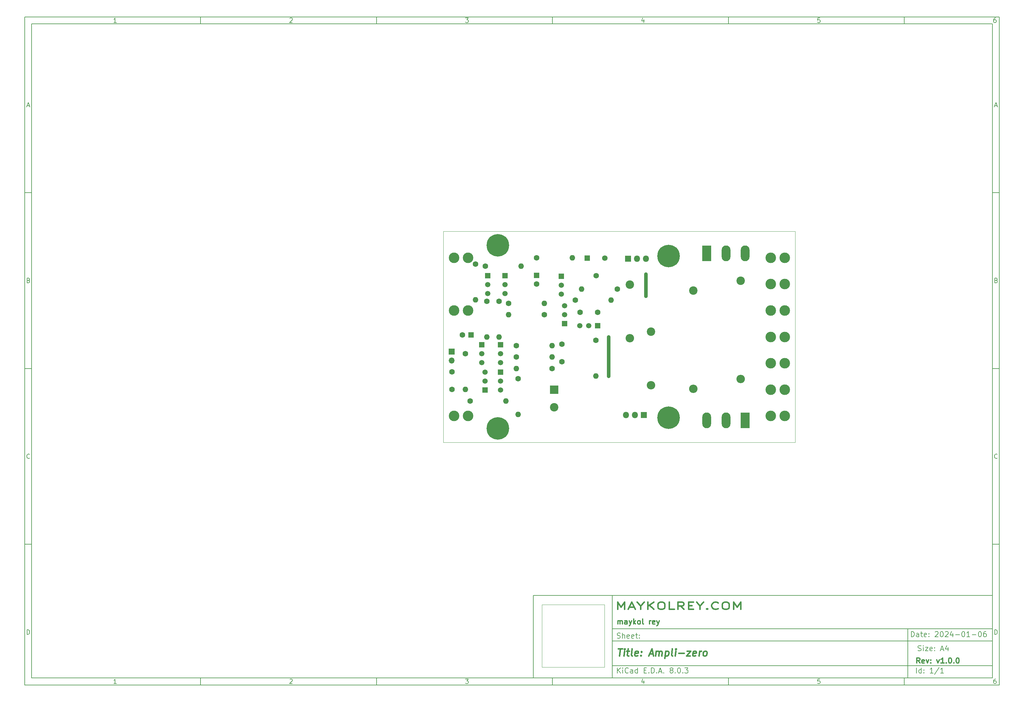
<source format=gbr>
%TF.GenerationSoftware,KiCad,Pcbnew,8.0.3-8.0.3-0~ubuntu22.04.1*%
%TF.CreationDate,2024-07-16T05:34:00-05:00*%
%TF.ProjectId,ampli-zero,616d706c-692d-47a6-9572-6f2e6b696361,v1.0.0*%
%TF.SameCoordinates,Original*%
%TF.FileFunction,Copper,L1,Top*%
%TF.FilePolarity,Positive*%
%FSLAX46Y46*%
G04 Gerber Fmt 4.6, Leading zero omitted, Abs format (unit mm)*
G04 Created by KiCad (PCBNEW 8.0.3-8.0.3-0~ubuntu22.04.1) date 2024-07-16 05:34:00*
%MOMM*%
%LPD*%
G01*
G04 APERTURE LIST*
%ADD10C,0.100000*%
%ADD11C,0.150000*%
%ADD12C,0.300000*%
%ADD13C,0.400000*%
%TA.AperFunction,ComponentPad*%
%ADD14R,1.560000X1.560000*%
%TD*%
%TA.AperFunction,ComponentPad*%
%ADD15C,1.560000*%
%TD*%
%TA.AperFunction,ComponentPad*%
%ADD16C,0.800000*%
%TD*%
%TA.AperFunction,ComponentPad*%
%ADD17C,6.400000*%
%TD*%
%TA.AperFunction,ComponentPad*%
%ADD18C,3.000000*%
%TD*%
%TA.AperFunction,ComponentPad*%
%ADD19C,1.600000*%
%TD*%
%TA.AperFunction,ComponentPad*%
%ADD20R,1.600000X1.600000*%
%TD*%
%TA.AperFunction,ComponentPad*%
%ADD21R,1.500000X1.500000*%
%TD*%
%TA.AperFunction,ComponentPad*%
%ADD22C,1.500000*%
%TD*%
%TA.AperFunction,ComponentPad*%
%ADD23O,1.600000X1.600000*%
%TD*%
%TA.AperFunction,ComponentPad*%
%ADD24C,2.400000*%
%TD*%
%TA.AperFunction,ComponentPad*%
%ADD25O,2.400000X2.400000*%
%TD*%
%TA.AperFunction,ComponentPad*%
%ADD26R,2.400000X2.400000*%
%TD*%
%TA.AperFunction,ComponentPad*%
%ADD27R,1.700000X1.700000*%
%TD*%
%TA.AperFunction,ComponentPad*%
%ADD28O,1.700000X1.700000*%
%TD*%
%TA.AperFunction,ComponentPad*%
%ADD29R,2.500000X4.500000*%
%TD*%
%TA.AperFunction,ComponentPad*%
%ADD30O,2.500000X4.500000*%
%TD*%
%TA.AperFunction,ComponentPad*%
%ADD31R,1.800000X1.800000*%
%TD*%
%TA.AperFunction,ComponentPad*%
%ADD32O,1.800000X1.800000*%
%TD*%
%TA.AperFunction,ViaPad*%
%ADD33C,0.800000*%
%TD*%
%TA.AperFunction,Conductor*%
%ADD34C,1.000000*%
%TD*%
%TA.AperFunction,Profile*%
%ADD35C,0.100000*%
%TD*%
G04 APERTURE END LIST*
D10*
X157012200Y-177117000D02*
X157012200Y-194897000D01*
X174792200Y-194897000D01*
X174792200Y-177117000D01*
X157012200Y-177117000D01*
D11*
X177013200Y-174505000D02*
X285002200Y-174505000D01*
X285002200Y-198007000D01*
X177013200Y-198007000D01*
X177013200Y-174505000D01*
D10*
D11*
X10000000Y-10000000D02*
X287002200Y-10000000D01*
X287002200Y-200007200D01*
X10000000Y-200007200D01*
X10000000Y-10000000D01*
D10*
D11*
X12000000Y-12000000D02*
X285002200Y-12000000D01*
X285002200Y-198007200D01*
X12000000Y-198007200D01*
X12000000Y-12000000D01*
D10*
D11*
X60000000Y-12000000D02*
X60000000Y-10000000D01*
D10*
D11*
X110000000Y-12000000D02*
X110000000Y-10000000D01*
D10*
D11*
X160000000Y-12000000D02*
X160000000Y-10000000D01*
D10*
D11*
X210000000Y-12000000D02*
X210000000Y-10000000D01*
D10*
D11*
X260000000Y-12000000D02*
X260000000Y-10000000D01*
D10*
D11*
X36089160Y-11593604D02*
X35346303Y-11593604D01*
X35717731Y-11593604D02*
X35717731Y-10293604D01*
X35717731Y-10293604D02*
X35593922Y-10479319D01*
X35593922Y-10479319D02*
X35470112Y-10603128D01*
X35470112Y-10603128D02*
X35346303Y-10665033D01*
D10*
D11*
X85346303Y-10417414D02*
X85408207Y-10355509D01*
X85408207Y-10355509D02*
X85532017Y-10293604D01*
X85532017Y-10293604D02*
X85841541Y-10293604D01*
X85841541Y-10293604D02*
X85965350Y-10355509D01*
X85965350Y-10355509D02*
X86027255Y-10417414D01*
X86027255Y-10417414D02*
X86089160Y-10541223D01*
X86089160Y-10541223D02*
X86089160Y-10665033D01*
X86089160Y-10665033D02*
X86027255Y-10850747D01*
X86027255Y-10850747D02*
X85284398Y-11593604D01*
X85284398Y-11593604D02*
X86089160Y-11593604D01*
D10*
D11*
X135284398Y-10293604D02*
X136089160Y-10293604D01*
X136089160Y-10293604D02*
X135655826Y-10788842D01*
X135655826Y-10788842D02*
X135841541Y-10788842D01*
X135841541Y-10788842D02*
X135965350Y-10850747D01*
X135965350Y-10850747D02*
X136027255Y-10912652D01*
X136027255Y-10912652D02*
X136089160Y-11036461D01*
X136089160Y-11036461D02*
X136089160Y-11345985D01*
X136089160Y-11345985D02*
X136027255Y-11469795D01*
X136027255Y-11469795D02*
X135965350Y-11531700D01*
X135965350Y-11531700D02*
X135841541Y-11593604D01*
X135841541Y-11593604D02*
X135470112Y-11593604D01*
X135470112Y-11593604D02*
X135346303Y-11531700D01*
X135346303Y-11531700D02*
X135284398Y-11469795D01*
D10*
D11*
X185965350Y-10726938D02*
X185965350Y-11593604D01*
X185655826Y-10231700D02*
X185346303Y-11160271D01*
X185346303Y-11160271D02*
X186151064Y-11160271D01*
D10*
D11*
X236027255Y-10293604D02*
X235408207Y-10293604D01*
X235408207Y-10293604D02*
X235346303Y-10912652D01*
X235346303Y-10912652D02*
X235408207Y-10850747D01*
X235408207Y-10850747D02*
X235532017Y-10788842D01*
X235532017Y-10788842D02*
X235841541Y-10788842D01*
X235841541Y-10788842D02*
X235965350Y-10850747D01*
X235965350Y-10850747D02*
X236027255Y-10912652D01*
X236027255Y-10912652D02*
X236089160Y-11036461D01*
X236089160Y-11036461D02*
X236089160Y-11345985D01*
X236089160Y-11345985D02*
X236027255Y-11469795D01*
X236027255Y-11469795D02*
X235965350Y-11531700D01*
X235965350Y-11531700D02*
X235841541Y-11593604D01*
X235841541Y-11593604D02*
X235532017Y-11593604D01*
X235532017Y-11593604D02*
X235408207Y-11531700D01*
X235408207Y-11531700D02*
X235346303Y-11469795D01*
D10*
D11*
X285965350Y-10293604D02*
X285717731Y-10293604D01*
X285717731Y-10293604D02*
X285593922Y-10355509D01*
X285593922Y-10355509D02*
X285532017Y-10417414D01*
X285532017Y-10417414D02*
X285408207Y-10603128D01*
X285408207Y-10603128D02*
X285346303Y-10850747D01*
X285346303Y-10850747D02*
X285346303Y-11345985D01*
X285346303Y-11345985D02*
X285408207Y-11469795D01*
X285408207Y-11469795D02*
X285470112Y-11531700D01*
X285470112Y-11531700D02*
X285593922Y-11593604D01*
X285593922Y-11593604D02*
X285841541Y-11593604D01*
X285841541Y-11593604D02*
X285965350Y-11531700D01*
X285965350Y-11531700D02*
X286027255Y-11469795D01*
X286027255Y-11469795D02*
X286089160Y-11345985D01*
X286089160Y-11345985D02*
X286089160Y-11036461D01*
X286089160Y-11036461D02*
X286027255Y-10912652D01*
X286027255Y-10912652D02*
X285965350Y-10850747D01*
X285965350Y-10850747D02*
X285841541Y-10788842D01*
X285841541Y-10788842D02*
X285593922Y-10788842D01*
X285593922Y-10788842D02*
X285470112Y-10850747D01*
X285470112Y-10850747D02*
X285408207Y-10912652D01*
X285408207Y-10912652D02*
X285346303Y-11036461D01*
D10*
D11*
X60000000Y-198007200D02*
X60000000Y-200007200D01*
D10*
D11*
X110000000Y-198007200D02*
X110000000Y-200007200D01*
D10*
D11*
X160000000Y-198007200D02*
X160000000Y-200007200D01*
D10*
D11*
X210000000Y-198007200D02*
X210000000Y-200007200D01*
D10*
D11*
X260000000Y-198007200D02*
X260000000Y-200007200D01*
D10*
D11*
X36089160Y-199600804D02*
X35346303Y-199600804D01*
X35717731Y-199600804D02*
X35717731Y-198300804D01*
X35717731Y-198300804D02*
X35593922Y-198486519D01*
X35593922Y-198486519D02*
X35470112Y-198610328D01*
X35470112Y-198610328D02*
X35346303Y-198672233D01*
D10*
D11*
X85346303Y-198424614D02*
X85408207Y-198362709D01*
X85408207Y-198362709D02*
X85532017Y-198300804D01*
X85532017Y-198300804D02*
X85841541Y-198300804D01*
X85841541Y-198300804D02*
X85965350Y-198362709D01*
X85965350Y-198362709D02*
X86027255Y-198424614D01*
X86027255Y-198424614D02*
X86089160Y-198548423D01*
X86089160Y-198548423D02*
X86089160Y-198672233D01*
X86089160Y-198672233D02*
X86027255Y-198857947D01*
X86027255Y-198857947D02*
X85284398Y-199600804D01*
X85284398Y-199600804D02*
X86089160Y-199600804D01*
D10*
D11*
X135284398Y-198300804D02*
X136089160Y-198300804D01*
X136089160Y-198300804D02*
X135655826Y-198796042D01*
X135655826Y-198796042D02*
X135841541Y-198796042D01*
X135841541Y-198796042D02*
X135965350Y-198857947D01*
X135965350Y-198857947D02*
X136027255Y-198919852D01*
X136027255Y-198919852D02*
X136089160Y-199043661D01*
X136089160Y-199043661D02*
X136089160Y-199353185D01*
X136089160Y-199353185D02*
X136027255Y-199476995D01*
X136027255Y-199476995D02*
X135965350Y-199538900D01*
X135965350Y-199538900D02*
X135841541Y-199600804D01*
X135841541Y-199600804D02*
X135470112Y-199600804D01*
X135470112Y-199600804D02*
X135346303Y-199538900D01*
X135346303Y-199538900D02*
X135284398Y-199476995D01*
D10*
D11*
X185965350Y-198734138D02*
X185965350Y-199600804D01*
X185655826Y-198238900D02*
X185346303Y-199167471D01*
X185346303Y-199167471D02*
X186151064Y-199167471D01*
D10*
D11*
X236027255Y-198300804D02*
X235408207Y-198300804D01*
X235408207Y-198300804D02*
X235346303Y-198919852D01*
X235346303Y-198919852D02*
X235408207Y-198857947D01*
X235408207Y-198857947D02*
X235532017Y-198796042D01*
X235532017Y-198796042D02*
X235841541Y-198796042D01*
X235841541Y-198796042D02*
X235965350Y-198857947D01*
X235965350Y-198857947D02*
X236027255Y-198919852D01*
X236027255Y-198919852D02*
X236089160Y-199043661D01*
X236089160Y-199043661D02*
X236089160Y-199353185D01*
X236089160Y-199353185D02*
X236027255Y-199476995D01*
X236027255Y-199476995D02*
X235965350Y-199538900D01*
X235965350Y-199538900D02*
X235841541Y-199600804D01*
X235841541Y-199600804D02*
X235532017Y-199600804D01*
X235532017Y-199600804D02*
X235408207Y-199538900D01*
X235408207Y-199538900D02*
X235346303Y-199476995D01*
D10*
D11*
X285965350Y-198300804D02*
X285717731Y-198300804D01*
X285717731Y-198300804D02*
X285593922Y-198362709D01*
X285593922Y-198362709D02*
X285532017Y-198424614D01*
X285532017Y-198424614D02*
X285408207Y-198610328D01*
X285408207Y-198610328D02*
X285346303Y-198857947D01*
X285346303Y-198857947D02*
X285346303Y-199353185D01*
X285346303Y-199353185D02*
X285408207Y-199476995D01*
X285408207Y-199476995D02*
X285470112Y-199538900D01*
X285470112Y-199538900D02*
X285593922Y-199600804D01*
X285593922Y-199600804D02*
X285841541Y-199600804D01*
X285841541Y-199600804D02*
X285965350Y-199538900D01*
X285965350Y-199538900D02*
X286027255Y-199476995D01*
X286027255Y-199476995D02*
X286089160Y-199353185D01*
X286089160Y-199353185D02*
X286089160Y-199043661D01*
X286089160Y-199043661D02*
X286027255Y-198919852D01*
X286027255Y-198919852D02*
X285965350Y-198857947D01*
X285965350Y-198857947D02*
X285841541Y-198796042D01*
X285841541Y-198796042D02*
X285593922Y-198796042D01*
X285593922Y-198796042D02*
X285470112Y-198857947D01*
X285470112Y-198857947D02*
X285408207Y-198919852D01*
X285408207Y-198919852D02*
X285346303Y-199043661D01*
D10*
D11*
X10000000Y-60000000D02*
X12000000Y-60000000D01*
D10*
D11*
X10000000Y-110000000D02*
X12000000Y-110000000D01*
D10*
D11*
X10000000Y-160000000D02*
X12000000Y-160000000D01*
D10*
D11*
X10690476Y-35222176D02*
X11309523Y-35222176D01*
X10566666Y-35593604D02*
X10999999Y-34293604D01*
X10999999Y-34293604D02*
X11433333Y-35593604D01*
D10*
D11*
X11092857Y-84912652D02*
X11278571Y-84974557D01*
X11278571Y-84974557D02*
X11340476Y-85036461D01*
X11340476Y-85036461D02*
X11402380Y-85160271D01*
X11402380Y-85160271D02*
X11402380Y-85345985D01*
X11402380Y-85345985D02*
X11340476Y-85469795D01*
X11340476Y-85469795D02*
X11278571Y-85531700D01*
X11278571Y-85531700D02*
X11154761Y-85593604D01*
X11154761Y-85593604D02*
X10659523Y-85593604D01*
X10659523Y-85593604D02*
X10659523Y-84293604D01*
X10659523Y-84293604D02*
X11092857Y-84293604D01*
X11092857Y-84293604D02*
X11216666Y-84355509D01*
X11216666Y-84355509D02*
X11278571Y-84417414D01*
X11278571Y-84417414D02*
X11340476Y-84541223D01*
X11340476Y-84541223D02*
X11340476Y-84665033D01*
X11340476Y-84665033D02*
X11278571Y-84788842D01*
X11278571Y-84788842D02*
X11216666Y-84850747D01*
X11216666Y-84850747D02*
X11092857Y-84912652D01*
X11092857Y-84912652D02*
X10659523Y-84912652D01*
D10*
D11*
X11402380Y-135469795D02*
X11340476Y-135531700D01*
X11340476Y-135531700D02*
X11154761Y-135593604D01*
X11154761Y-135593604D02*
X11030952Y-135593604D01*
X11030952Y-135593604D02*
X10845238Y-135531700D01*
X10845238Y-135531700D02*
X10721428Y-135407890D01*
X10721428Y-135407890D02*
X10659523Y-135284080D01*
X10659523Y-135284080D02*
X10597619Y-135036461D01*
X10597619Y-135036461D02*
X10597619Y-134850747D01*
X10597619Y-134850747D02*
X10659523Y-134603128D01*
X10659523Y-134603128D02*
X10721428Y-134479319D01*
X10721428Y-134479319D02*
X10845238Y-134355509D01*
X10845238Y-134355509D02*
X11030952Y-134293604D01*
X11030952Y-134293604D02*
X11154761Y-134293604D01*
X11154761Y-134293604D02*
X11340476Y-134355509D01*
X11340476Y-134355509D02*
X11402380Y-134417414D01*
D10*
D11*
X10659523Y-185593604D02*
X10659523Y-184293604D01*
X10659523Y-184293604D02*
X10969047Y-184293604D01*
X10969047Y-184293604D02*
X11154761Y-184355509D01*
X11154761Y-184355509D02*
X11278571Y-184479319D01*
X11278571Y-184479319D02*
X11340476Y-184603128D01*
X11340476Y-184603128D02*
X11402380Y-184850747D01*
X11402380Y-184850747D02*
X11402380Y-185036461D01*
X11402380Y-185036461D02*
X11340476Y-185284080D01*
X11340476Y-185284080D02*
X11278571Y-185407890D01*
X11278571Y-185407890D02*
X11154761Y-185531700D01*
X11154761Y-185531700D02*
X10969047Y-185593604D01*
X10969047Y-185593604D02*
X10659523Y-185593604D01*
D10*
D11*
X287002200Y-60000000D02*
X285002200Y-60000000D01*
D10*
D11*
X287002200Y-110000000D02*
X285002200Y-110000000D01*
D10*
D11*
X287002200Y-160000000D02*
X285002200Y-160000000D01*
D10*
D11*
X285692676Y-35222176D02*
X286311723Y-35222176D01*
X285568866Y-35593604D02*
X286002199Y-34293604D01*
X286002199Y-34293604D02*
X286435533Y-35593604D01*
D10*
D11*
X286095057Y-84912652D02*
X286280771Y-84974557D01*
X286280771Y-84974557D02*
X286342676Y-85036461D01*
X286342676Y-85036461D02*
X286404580Y-85160271D01*
X286404580Y-85160271D02*
X286404580Y-85345985D01*
X286404580Y-85345985D02*
X286342676Y-85469795D01*
X286342676Y-85469795D02*
X286280771Y-85531700D01*
X286280771Y-85531700D02*
X286156961Y-85593604D01*
X286156961Y-85593604D02*
X285661723Y-85593604D01*
X285661723Y-85593604D02*
X285661723Y-84293604D01*
X285661723Y-84293604D02*
X286095057Y-84293604D01*
X286095057Y-84293604D02*
X286218866Y-84355509D01*
X286218866Y-84355509D02*
X286280771Y-84417414D01*
X286280771Y-84417414D02*
X286342676Y-84541223D01*
X286342676Y-84541223D02*
X286342676Y-84665033D01*
X286342676Y-84665033D02*
X286280771Y-84788842D01*
X286280771Y-84788842D02*
X286218866Y-84850747D01*
X286218866Y-84850747D02*
X286095057Y-84912652D01*
X286095057Y-84912652D02*
X285661723Y-84912652D01*
D10*
D11*
X286404580Y-135469795D02*
X286342676Y-135531700D01*
X286342676Y-135531700D02*
X286156961Y-135593604D01*
X286156961Y-135593604D02*
X286033152Y-135593604D01*
X286033152Y-135593604D02*
X285847438Y-135531700D01*
X285847438Y-135531700D02*
X285723628Y-135407890D01*
X285723628Y-135407890D02*
X285661723Y-135284080D01*
X285661723Y-135284080D02*
X285599819Y-135036461D01*
X285599819Y-135036461D02*
X285599819Y-134850747D01*
X285599819Y-134850747D02*
X285661723Y-134603128D01*
X285661723Y-134603128D02*
X285723628Y-134479319D01*
X285723628Y-134479319D02*
X285847438Y-134355509D01*
X285847438Y-134355509D02*
X286033152Y-134293604D01*
X286033152Y-134293604D02*
X286156961Y-134293604D01*
X286156961Y-134293604D02*
X286342676Y-134355509D01*
X286342676Y-134355509D02*
X286404580Y-134417414D01*
D10*
D11*
X285661723Y-185593604D02*
X285661723Y-184293604D01*
X285661723Y-184293604D02*
X285971247Y-184293604D01*
X285971247Y-184293604D02*
X286156961Y-184355509D01*
X286156961Y-184355509D02*
X286280771Y-184479319D01*
X286280771Y-184479319D02*
X286342676Y-184603128D01*
X286342676Y-184603128D02*
X286404580Y-184850747D01*
X286404580Y-184850747D02*
X286404580Y-185036461D01*
X286404580Y-185036461D02*
X286342676Y-185284080D01*
X286342676Y-185284080D02*
X286280771Y-185407890D01*
X286280771Y-185407890D02*
X286156961Y-185531700D01*
X286156961Y-185531700D02*
X285971247Y-185593604D01*
X285971247Y-185593604D02*
X285661723Y-185593604D01*
D10*
D11*
X261958026Y-186293128D02*
X261958026Y-184793128D01*
X261958026Y-184793128D02*
X262315169Y-184793128D01*
X262315169Y-184793128D02*
X262529455Y-184864557D01*
X262529455Y-184864557D02*
X262672312Y-185007414D01*
X262672312Y-185007414D02*
X262743741Y-185150271D01*
X262743741Y-185150271D02*
X262815169Y-185435985D01*
X262815169Y-185435985D02*
X262815169Y-185650271D01*
X262815169Y-185650271D02*
X262743741Y-185935985D01*
X262743741Y-185935985D02*
X262672312Y-186078842D01*
X262672312Y-186078842D02*
X262529455Y-186221700D01*
X262529455Y-186221700D02*
X262315169Y-186293128D01*
X262315169Y-186293128D02*
X261958026Y-186293128D01*
X264100884Y-186293128D02*
X264100884Y-185507414D01*
X264100884Y-185507414D02*
X264029455Y-185364557D01*
X264029455Y-185364557D02*
X263886598Y-185293128D01*
X263886598Y-185293128D02*
X263600884Y-185293128D01*
X263600884Y-185293128D02*
X263458026Y-185364557D01*
X264100884Y-186221700D02*
X263958026Y-186293128D01*
X263958026Y-186293128D02*
X263600884Y-186293128D01*
X263600884Y-186293128D02*
X263458026Y-186221700D01*
X263458026Y-186221700D02*
X263386598Y-186078842D01*
X263386598Y-186078842D02*
X263386598Y-185935985D01*
X263386598Y-185935985D02*
X263458026Y-185793128D01*
X263458026Y-185793128D02*
X263600884Y-185721700D01*
X263600884Y-185721700D02*
X263958026Y-185721700D01*
X263958026Y-185721700D02*
X264100884Y-185650271D01*
X264600884Y-185293128D02*
X265172312Y-185293128D01*
X264815169Y-184793128D02*
X264815169Y-186078842D01*
X264815169Y-186078842D02*
X264886598Y-186221700D01*
X264886598Y-186221700D02*
X265029455Y-186293128D01*
X265029455Y-186293128D02*
X265172312Y-186293128D01*
X266243741Y-186221700D02*
X266100884Y-186293128D01*
X266100884Y-186293128D02*
X265815170Y-186293128D01*
X265815170Y-186293128D02*
X265672312Y-186221700D01*
X265672312Y-186221700D02*
X265600884Y-186078842D01*
X265600884Y-186078842D02*
X265600884Y-185507414D01*
X265600884Y-185507414D02*
X265672312Y-185364557D01*
X265672312Y-185364557D02*
X265815170Y-185293128D01*
X265815170Y-185293128D02*
X266100884Y-185293128D01*
X266100884Y-185293128D02*
X266243741Y-185364557D01*
X266243741Y-185364557D02*
X266315170Y-185507414D01*
X266315170Y-185507414D02*
X266315170Y-185650271D01*
X266315170Y-185650271D02*
X265600884Y-185793128D01*
X266958026Y-186150271D02*
X267029455Y-186221700D01*
X267029455Y-186221700D02*
X266958026Y-186293128D01*
X266958026Y-186293128D02*
X266886598Y-186221700D01*
X266886598Y-186221700D02*
X266958026Y-186150271D01*
X266958026Y-186150271D02*
X266958026Y-186293128D01*
X266958026Y-185364557D02*
X267029455Y-185435985D01*
X267029455Y-185435985D02*
X266958026Y-185507414D01*
X266958026Y-185507414D02*
X266886598Y-185435985D01*
X266886598Y-185435985D02*
X266958026Y-185364557D01*
X266958026Y-185364557D02*
X266958026Y-185507414D01*
X268743741Y-184935985D02*
X268815169Y-184864557D01*
X268815169Y-184864557D02*
X268958027Y-184793128D01*
X268958027Y-184793128D02*
X269315169Y-184793128D01*
X269315169Y-184793128D02*
X269458027Y-184864557D01*
X269458027Y-184864557D02*
X269529455Y-184935985D01*
X269529455Y-184935985D02*
X269600884Y-185078842D01*
X269600884Y-185078842D02*
X269600884Y-185221700D01*
X269600884Y-185221700D02*
X269529455Y-185435985D01*
X269529455Y-185435985D02*
X268672312Y-186293128D01*
X268672312Y-186293128D02*
X269600884Y-186293128D01*
X270529455Y-184793128D02*
X270672312Y-184793128D01*
X270672312Y-184793128D02*
X270815169Y-184864557D01*
X270815169Y-184864557D02*
X270886598Y-184935985D01*
X270886598Y-184935985D02*
X270958026Y-185078842D01*
X270958026Y-185078842D02*
X271029455Y-185364557D01*
X271029455Y-185364557D02*
X271029455Y-185721700D01*
X271029455Y-185721700D02*
X270958026Y-186007414D01*
X270958026Y-186007414D02*
X270886598Y-186150271D01*
X270886598Y-186150271D02*
X270815169Y-186221700D01*
X270815169Y-186221700D02*
X270672312Y-186293128D01*
X270672312Y-186293128D02*
X270529455Y-186293128D01*
X270529455Y-186293128D02*
X270386598Y-186221700D01*
X270386598Y-186221700D02*
X270315169Y-186150271D01*
X270315169Y-186150271D02*
X270243740Y-186007414D01*
X270243740Y-186007414D02*
X270172312Y-185721700D01*
X270172312Y-185721700D02*
X270172312Y-185364557D01*
X270172312Y-185364557D02*
X270243740Y-185078842D01*
X270243740Y-185078842D02*
X270315169Y-184935985D01*
X270315169Y-184935985D02*
X270386598Y-184864557D01*
X270386598Y-184864557D02*
X270529455Y-184793128D01*
X271600883Y-184935985D02*
X271672311Y-184864557D01*
X271672311Y-184864557D02*
X271815169Y-184793128D01*
X271815169Y-184793128D02*
X272172311Y-184793128D01*
X272172311Y-184793128D02*
X272315169Y-184864557D01*
X272315169Y-184864557D02*
X272386597Y-184935985D01*
X272386597Y-184935985D02*
X272458026Y-185078842D01*
X272458026Y-185078842D02*
X272458026Y-185221700D01*
X272458026Y-185221700D02*
X272386597Y-185435985D01*
X272386597Y-185435985D02*
X271529454Y-186293128D01*
X271529454Y-186293128D02*
X272458026Y-186293128D01*
X273743740Y-185293128D02*
X273743740Y-186293128D01*
X273386597Y-184721700D02*
X273029454Y-185793128D01*
X273029454Y-185793128D02*
X273958025Y-185793128D01*
X274529453Y-185721700D02*
X275672311Y-185721700D01*
X276672311Y-184793128D02*
X276815168Y-184793128D01*
X276815168Y-184793128D02*
X276958025Y-184864557D01*
X276958025Y-184864557D02*
X277029454Y-184935985D01*
X277029454Y-184935985D02*
X277100882Y-185078842D01*
X277100882Y-185078842D02*
X277172311Y-185364557D01*
X277172311Y-185364557D02*
X277172311Y-185721700D01*
X277172311Y-185721700D02*
X277100882Y-186007414D01*
X277100882Y-186007414D02*
X277029454Y-186150271D01*
X277029454Y-186150271D02*
X276958025Y-186221700D01*
X276958025Y-186221700D02*
X276815168Y-186293128D01*
X276815168Y-186293128D02*
X276672311Y-186293128D01*
X276672311Y-186293128D02*
X276529454Y-186221700D01*
X276529454Y-186221700D02*
X276458025Y-186150271D01*
X276458025Y-186150271D02*
X276386596Y-186007414D01*
X276386596Y-186007414D02*
X276315168Y-185721700D01*
X276315168Y-185721700D02*
X276315168Y-185364557D01*
X276315168Y-185364557D02*
X276386596Y-185078842D01*
X276386596Y-185078842D02*
X276458025Y-184935985D01*
X276458025Y-184935985D02*
X276529454Y-184864557D01*
X276529454Y-184864557D02*
X276672311Y-184793128D01*
X278600882Y-186293128D02*
X277743739Y-186293128D01*
X278172310Y-186293128D02*
X278172310Y-184793128D01*
X278172310Y-184793128D02*
X278029453Y-185007414D01*
X278029453Y-185007414D02*
X277886596Y-185150271D01*
X277886596Y-185150271D02*
X277743739Y-185221700D01*
X279243738Y-185721700D02*
X280386596Y-185721700D01*
X281386596Y-184793128D02*
X281529453Y-184793128D01*
X281529453Y-184793128D02*
X281672310Y-184864557D01*
X281672310Y-184864557D02*
X281743739Y-184935985D01*
X281743739Y-184935985D02*
X281815167Y-185078842D01*
X281815167Y-185078842D02*
X281886596Y-185364557D01*
X281886596Y-185364557D02*
X281886596Y-185721700D01*
X281886596Y-185721700D02*
X281815167Y-186007414D01*
X281815167Y-186007414D02*
X281743739Y-186150271D01*
X281743739Y-186150271D02*
X281672310Y-186221700D01*
X281672310Y-186221700D02*
X281529453Y-186293128D01*
X281529453Y-186293128D02*
X281386596Y-186293128D01*
X281386596Y-186293128D02*
X281243739Y-186221700D01*
X281243739Y-186221700D02*
X281172310Y-186150271D01*
X281172310Y-186150271D02*
X281100881Y-186007414D01*
X281100881Y-186007414D02*
X281029453Y-185721700D01*
X281029453Y-185721700D02*
X281029453Y-185364557D01*
X281029453Y-185364557D02*
X281100881Y-185078842D01*
X281100881Y-185078842D02*
X281172310Y-184935985D01*
X281172310Y-184935985D02*
X281243739Y-184864557D01*
X281243739Y-184864557D02*
X281386596Y-184793128D01*
X283172310Y-184793128D02*
X282886595Y-184793128D01*
X282886595Y-184793128D02*
X282743738Y-184864557D01*
X282743738Y-184864557D02*
X282672310Y-184935985D01*
X282672310Y-184935985D02*
X282529452Y-185150271D01*
X282529452Y-185150271D02*
X282458024Y-185435985D01*
X282458024Y-185435985D02*
X282458024Y-186007414D01*
X282458024Y-186007414D02*
X282529452Y-186150271D01*
X282529452Y-186150271D02*
X282600881Y-186221700D01*
X282600881Y-186221700D02*
X282743738Y-186293128D01*
X282743738Y-186293128D02*
X283029452Y-186293128D01*
X283029452Y-186293128D02*
X283172310Y-186221700D01*
X283172310Y-186221700D02*
X283243738Y-186150271D01*
X283243738Y-186150271D02*
X283315167Y-186007414D01*
X283315167Y-186007414D02*
X283315167Y-185650271D01*
X283315167Y-185650271D02*
X283243738Y-185507414D01*
X283243738Y-185507414D02*
X283172310Y-185435985D01*
X283172310Y-185435985D02*
X283029452Y-185364557D01*
X283029452Y-185364557D02*
X282743738Y-185364557D01*
X282743738Y-185364557D02*
X282600881Y-185435985D01*
X282600881Y-185435985D02*
X282529452Y-185507414D01*
X282529452Y-185507414D02*
X282458024Y-185650271D01*
D10*
D11*
X177002200Y-194507200D02*
X285002200Y-194507200D01*
D10*
D11*
X178458026Y-196593328D02*
X178458026Y-195093328D01*
X179315169Y-196593328D02*
X178672312Y-195736185D01*
X179315169Y-195093328D02*
X178458026Y-195950471D01*
X179958026Y-196593328D02*
X179958026Y-195593328D01*
X179958026Y-195093328D02*
X179886598Y-195164757D01*
X179886598Y-195164757D02*
X179958026Y-195236185D01*
X179958026Y-195236185D02*
X180029455Y-195164757D01*
X180029455Y-195164757D02*
X179958026Y-195093328D01*
X179958026Y-195093328D02*
X179958026Y-195236185D01*
X181529455Y-196450471D02*
X181458027Y-196521900D01*
X181458027Y-196521900D02*
X181243741Y-196593328D01*
X181243741Y-196593328D02*
X181100884Y-196593328D01*
X181100884Y-196593328D02*
X180886598Y-196521900D01*
X180886598Y-196521900D02*
X180743741Y-196379042D01*
X180743741Y-196379042D02*
X180672312Y-196236185D01*
X180672312Y-196236185D02*
X180600884Y-195950471D01*
X180600884Y-195950471D02*
X180600884Y-195736185D01*
X180600884Y-195736185D02*
X180672312Y-195450471D01*
X180672312Y-195450471D02*
X180743741Y-195307614D01*
X180743741Y-195307614D02*
X180886598Y-195164757D01*
X180886598Y-195164757D02*
X181100884Y-195093328D01*
X181100884Y-195093328D02*
X181243741Y-195093328D01*
X181243741Y-195093328D02*
X181458027Y-195164757D01*
X181458027Y-195164757D02*
X181529455Y-195236185D01*
X182815170Y-196593328D02*
X182815170Y-195807614D01*
X182815170Y-195807614D02*
X182743741Y-195664757D01*
X182743741Y-195664757D02*
X182600884Y-195593328D01*
X182600884Y-195593328D02*
X182315170Y-195593328D01*
X182315170Y-195593328D02*
X182172312Y-195664757D01*
X182815170Y-196521900D02*
X182672312Y-196593328D01*
X182672312Y-196593328D02*
X182315170Y-196593328D01*
X182315170Y-196593328D02*
X182172312Y-196521900D01*
X182172312Y-196521900D02*
X182100884Y-196379042D01*
X182100884Y-196379042D02*
X182100884Y-196236185D01*
X182100884Y-196236185D02*
X182172312Y-196093328D01*
X182172312Y-196093328D02*
X182315170Y-196021900D01*
X182315170Y-196021900D02*
X182672312Y-196021900D01*
X182672312Y-196021900D02*
X182815170Y-195950471D01*
X184172313Y-196593328D02*
X184172313Y-195093328D01*
X184172313Y-196521900D02*
X184029455Y-196593328D01*
X184029455Y-196593328D02*
X183743741Y-196593328D01*
X183743741Y-196593328D02*
X183600884Y-196521900D01*
X183600884Y-196521900D02*
X183529455Y-196450471D01*
X183529455Y-196450471D02*
X183458027Y-196307614D01*
X183458027Y-196307614D02*
X183458027Y-195879042D01*
X183458027Y-195879042D02*
X183529455Y-195736185D01*
X183529455Y-195736185D02*
X183600884Y-195664757D01*
X183600884Y-195664757D02*
X183743741Y-195593328D01*
X183743741Y-195593328D02*
X184029455Y-195593328D01*
X184029455Y-195593328D02*
X184172313Y-195664757D01*
X186029455Y-195807614D02*
X186529455Y-195807614D01*
X186743741Y-196593328D02*
X186029455Y-196593328D01*
X186029455Y-196593328D02*
X186029455Y-195093328D01*
X186029455Y-195093328D02*
X186743741Y-195093328D01*
X187386598Y-196450471D02*
X187458027Y-196521900D01*
X187458027Y-196521900D02*
X187386598Y-196593328D01*
X187386598Y-196593328D02*
X187315170Y-196521900D01*
X187315170Y-196521900D02*
X187386598Y-196450471D01*
X187386598Y-196450471D02*
X187386598Y-196593328D01*
X188100884Y-196593328D02*
X188100884Y-195093328D01*
X188100884Y-195093328D02*
X188458027Y-195093328D01*
X188458027Y-195093328D02*
X188672313Y-195164757D01*
X188672313Y-195164757D02*
X188815170Y-195307614D01*
X188815170Y-195307614D02*
X188886599Y-195450471D01*
X188886599Y-195450471D02*
X188958027Y-195736185D01*
X188958027Y-195736185D02*
X188958027Y-195950471D01*
X188958027Y-195950471D02*
X188886599Y-196236185D01*
X188886599Y-196236185D02*
X188815170Y-196379042D01*
X188815170Y-196379042D02*
X188672313Y-196521900D01*
X188672313Y-196521900D02*
X188458027Y-196593328D01*
X188458027Y-196593328D02*
X188100884Y-196593328D01*
X189600884Y-196450471D02*
X189672313Y-196521900D01*
X189672313Y-196521900D02*
X189600884Y-196593328D01*
X189600884Y-196593328D02*
X189529456Y-196521900D01*
X189529456Y-196521900D02*
X189600884Y-196450471D01*
X189600884Y-196450471D02*
X189600884Y-196593328D01*
X190243742Y-196164757D02*
X190958028Y-196164757D01*
X190100885Y-196593328D02*
X190600885Y-195093328D01*
X190600885Y-195093328D02*
X191100885Y-196593328D01*
X191600884Y-196450471D02*
X191672313Y-196521900D01*
X191672313Y-196521900D02*
X191600884Y-196593328D01*
X191600884Y-196593328D02*
X191529456Y-196521900D01*
X191529456Y-196521900D02*
X191600884Y-196450471D01*
X191600884Y-196450471D02*
X191600884Y-196593328D01*
X193672313Y-195736185D02*
X193529456Y-195664757D01*
X193529456Y-195664757D02*
X193458027Y-195593328D01*
X193458027Y-195593328D02*
X193386599Y-195450471D01*
X193386599Y-195450471D02*
X193386599Y-195379042D01*
X193386599Y-195379042D02*
X193458027Y-195236185D01*
X193458027Y-195236185D02*
X193529456Y-195164757D01*
X193529456Y-195164757D02*
X193672313Y-195093328D01*
X193672313Y-195093328D02*
X193958027Y-195093328D01*
X193958027Y-195093328D02*
X194100885Y-195164757D01*
X194100885Y-195164757D02*
X194172313Y-195236185D01*
X194172313Y-195236185D02*
X194243742Y-195379042D01*
X194243742Y-195379042D02*
X194243742Y-195450471D01*
X194243742Y-195450471D02*
X194172313Y-195593328D01*
X194172313Y-195593328D02*
X194100885Y-195664757D01*
X194100885Y-195664757D02*
X193958027Y-195736185D01*
X193958027Y-195736185D02*
X193672313Y-195736185D01*
X193672313Y-195736185D02*
X193529456Y-195807614D01*
X193529456Y-195807614D02*
X193458027Y-195879042D01*
X193458027Y-195879042D02*
X193386599Y-196021900D01*
X193386599Y-196021900D02*
X193386599Y-196307614D01*
X193386599Y-196307614D02*
X193458027Y-196450471D01*
X193458027Y-196450471D02*
X193529456Y-196521900D01*
X193529456Y-196521900D02*
X193672313Y-196593328D01*
X193672313Y-196593328D02*
X193958027Y-196593328D01*
X193958027Y-196593328D02*
X194100885Y-196521900D01*
X194100885Y-196521900D02*
X194172313Y-196450471D01*
X194172313Y-196450471D02*
X194243742Y-196307614D01*
X194243742Y-196307614D02*
X194243742Y-196021900D01*
X194243742Y-196021900D02*
X194172313Y-195879042D01*
X194172313Y-195879042D02*
X194100885Y-195807614D01*
X194100885Y-195807614D02*
X193958027Y-195736185D01*
X194886598Y-196450471D02*
X194958027Y-196521900D01*
X194958027Y-196521900D02*
X194886598Y-196593328D01*
X194886598Y-196593328D02*
X194815170Y-196521900D01*
X194815170Y-196521900D02*
X194886598Y-196450471D01*
X194886598Y-196450471D02*
X194886598Y-196593328D01*
X195886599Y-195093328D02*
X196029456Y-195093328D01*
X196029456Y-195093328D02*
X196172313Y-195164757D01*
X196172313Y-195164757D02*
X196243742Y-195236185D01*
X196243742Y-195236185D02*
X196315170Y-195379042D01*
X196315170Y-195379042D02*
X196386599Y-195664757D01*
X196386599Y-195664757D02*
X196386599Y-196021900D01*
X196386599Y-196021900D02*
X196315170Y-196307614D01*
X196315170Y-196307614D02*
X196243742Y-196450471D01*
X196243742Y-196450471D02*
X196172313Y-196521900D01*
X196172313Y-196521900D02*
X196029456Y-196593328D01*
X196029456Y-196593328D02*
X195886599Y-196593328D01*
X195886599Y-196593328D02*
X195743742Y-196521900D01*
X195743742Y-196521900D02*
X195672313Y-196450471D01*
X195672313Y-196450471D02*
X195600884Y-196307614D01*
X195600884Y-196307614D02*
X195529456Y-196021900D01*
X195529456Y-196021900D02*
X195529456Y-195664757D01*
X195529456Y-195664757D02*
X195600884Y-195379042D01*
X195600884Y-195379042D02*
X195672313Y-195236185D01*
X195672313Y-195236185D02*
X195743742Y-195164757D01*
X195743742Y-195164757D02*
X195886599Y-195093328D01*
X197029455Y-196450471D02*
X197100884Y-196521900D01*
X197100884Y-196521900D02*
X197029455Y-196593328D01*
X197029455Y-196593328D02*
X196958027Y-196521900D01*
X196958027Y-196521900D02*
X197029455Y-196450471D01*
X197029455Y-196450471D02*
X197029455Y-196593328D01*
X197600884Y-195093328D02*
X198529456Y-195093328D01*
X198529456Y-195093328D02*
X198029456Y-195664757D01*
X198029456Y-195664757D02*
X198243741Y-195664757D01*
X198243741Y-195664757D02*
X198386599Y-195736185D01*
X198386599Y-195736185D02*
X198458027Y-195807614D01*
X198458027Y-195807614D02*
X198529456Y-195950471D01*
X198529456Y-195950471D02*
X198529456Y-196307614D01*
X198529456Y-196307614D02*
X198458027Y-196450471D01*
X198458027Y-196450471D02*
X198386599Y-196521900D01*
X198386599Y-196521900D02*
X198243741Y-196593328D01*
X198243741Y-196593328D02*
X197815170Y-196593328D01*
X197815170Y-196593328D02*
X197672313Y-196521900D01*
X197672313Y-196521900D02*
X197600884Y-196450471D01*
D10*
D12*
X264413853Y-193785528D02*
X263913853Y-193071242D01*
X263556710Y-193785528D02*
X263556710Y-192285528D01*
X263556710Y-192285528D02*
X264128139Y-192285528D01*
X264128139Y-192285528D02*
X264270996Y-192356957D01*
X264270996Y-192356957D02*
X264342425Y-192428385D01*
X264342425Y-192428385D02*
X264413853Y-192571242D01*
X264413853Y-192571242D02*
X264413853Y-192785528D01*
X264413853Y-192785528D02*
X264342425Y-192928385D01*
X264342425Y-192928385D02*
X264270996Y-192999814D01*
X264270996Y-192999814D02*
X264128139Y-193071242D01*
X264128139Y-193071242D02*
X263556710Y-193071242D01*
X265628139Y-193714100D02*
X265485282Y-193785528D01*
X265485282Y-193785528D02*
X265199568Y-193785528D01*
X265199568Y-193785528D02*
X265056710Y-193714100D01*
X265056710Y-193714100D02*
X264985282Y-193571242D01*
X264985282Y-193571242D02*
X264985282Y-192999814D01*
X264985282Y-192999814D02*
X265056710Y-192856957D01*
X265056710Y-192856957D02*
X265199568Y-192785528D01*
X265199568Y-192785528D02*
X265485282Y-192785528D01*
X265485282Y-192785528D02*
X265628139Y-192856957D01*
X265628139Y-192856957D02*
X265699568Y-192999814D01*
X265699568Y-192999814D02*
X265699568Y-193142671D01*
X265699568Y-193142671D02*
X264985282Y-193285528D01*
X266199567Y-192785528D02*
X266556710Y-193785528D01*
X266556710Y-193785528D02*
X266913853Y-192785528D01*
X267485281Y-193642671D02*
X267556710Y-193714100D01*
X267556710Y-193714100D02*
X267485281Y-193785528D01*
X267485281Y-193785528D02*
X267413853Y-193714100D01*
X267413853Y-193714100D02*
X267485281Y-193642671D01*
X267485281Y-193642671D02*
X267485281Y-193785528D01*
X267485281Y-192856957D02*
X267556710Y-192928385D01*
X267556710Y-192928385D02*
X267485281Y-192999814D01*
X267485281Y-192999814D02*
X267413853Y-192928385D01*
X267413853Y-192928385D02*
X267485281Y-192856957D01*
X267485281Y-192856957D02*
X267485281Y-192999814D01*
X269199567Y-192785528D02*
X269556710Y-193785528D01*
X269556710Y-193785528D02*
X269913853Y-192785528D01*
X271270996Y-193785528D02*
X270413853Y-193785528D01*
X270842424Y-193785528D02*
X270842424Y-192285528D01*
X270842424Y-192285528D02*
X270699567Y-192499814D01*
X270699567Y-192499814D02*
X270556710Y-192642671D01*
X270556710Y-192642671D02*
X270413853Y-192714100D01*
X271913852Y-193642671D02*
X271985281Y-193714100D01*
X271985281Y-193714100D02*
X271913852Y-193785528D01*
X271913852Y-193785528D02*
X271842424Y-193714100D01*
X271842424Y-193714100D02*
X271913852Y-193642671D01*
X271913852Y-193642671D02*
X271913852Y-193785528D01*
X272913853Y-192285528D02*
X273056710Y-192285528D01*
X273056710Y-192285528D02*
X273199567Y-192356957D01*
X273199567Y-192356957D02*
X273270996Y-192428385D01*
X273270996Y-192428385D02*
X273342424Y-192571242D01*
X273342424Y-192571242D02*
X273413853Y-192856957D01*
X273413853Y-192856957D02*
X273413853Y-193214100D01*
X273413853Y-193214100D02*
X273342424Y-193499814D01*
X273342424Y-193499814D02*
X273270996Y-193642671D01*
X273270996Y-193642671D02*
X273199567Y-193714100D01*
X273199567Y-193714100D02*
X273056710Y-193785528D01*
X273056710Y-193785528D02*
X272913853Y-193785528D01*
X272913853Y-193785528D02*
X272770996Y-193714100D01*
X272770996Y-193714100D02*
X272699567Y-193642671D01*
X272699567Y-193642671D02*
X272628138Y-193499814D01*
X272628138Y-193499814D02*
X272556710Y-193214100D01*
X272556710Y-193214100D02*
X272556710Y-192856957D01*
X272556710Y-192856957D02*
X272628138Y-192571242D01*
X272628138Y-192571242D02*
X272699567Y-192428385D01*
X272699567Y-192428385D02*
X272770996Y-192356957D01*
X272770996Y-192356957D02*
X272913853Y-192285528D01*
X274056709Y-193642671D02*
X274128138Y-193714100D01*
X274128138Y-193714100D02*
X274056709Y-193785528D01*
X274056709Y-193785528D02*
X273985281Y-193714100D01*
X273985281Y-193714100D02*
X274056709Y-193642671D01*
X274056709Y-193642671D02*
X274056709Y-193785528D01*
X275056710Y-192285528D02*
X275199567Y-192285528D01*
X275199567Y-192285528D02*
X275342424Y-192356957D01*
X275342424Y-192356957D02*
X275413853Y-192428385D01*
X275413853Y-192428385D02*
X275485281Y-192571242D01*
X275485281Y-192571242D02*
X275556710Y-192856957D01*
X275556710Y-192856957D02*
X275556710Y-193214100D01*
X275556710Y-193214100D02*
X275485281Y-193499814D01*
X275485281Y-193499814D02*
X275413853Y-193642671D01*
X275413853Y-193642671D02*
X275342424Y-193714100D01*
X275342424Y-193714100D02*
X275199567Y-193785528D01*
X275199567Y-193785528D02*
X275056710Y-193785528D01*
X275056710Y-193785528D02*
X274913853Y-193714100D01*
X274913853Y-193714100D02*
X274842424Y-193642671D01*
X274842424Y-193642671D02*
X274770995Y-193499814D01*
X274770995Y-193499814D02*
X274699567Y-193214100D01*
X274699567Y-193214100D02*
X274699567Y-192856957D01*
X274699567Y-192856957D02*
X274770995Y-192571242D01*
X274770995Y-192571242D02*
X274842424Y-192428385D01*
X274842424Y-192428385D02*
X274913853Y-192356957D01*
X274913853Y-192356957D02*
X275056710Y-192285528D01*
D10*
D11*
X263886598Y-190221700D02*
X264100884Y-190293128D01*
X264100884Y-190293128D02*
X264458026Y-190293128D01*
X264458026Y-190293128D02*
X264600884Y-190221700D01*
X264600884Y-190221700D02*
X264672312Y-190150271D01*
X264672312Y-190150271D02*
X264743741Y-190007414D01*
X264743741Y-190007414D02*
X264743741Y-189864557D01*
X264743741Y-189864557D02*
X264672312Y-189721700D01*
X264672312Y-189721700D02*
X264600884Y-189650271D01*
X264600884Y-189650271D02*
X264458026Y-189578842D01*
X264458026Y-189578842D02*
X264172312Y-189507414D01*
X264172312Y-189507414D02*
X264029455Y-189435985D01*
X264029455Y-189435985D02*
X263958026Y-189364557D01*
X263958026Y-189364557D02*
X263886598Y-189221700D01*
X263886598Y-189221700D02*
X263886598Y-189078842D01*
X263886598Y-189078842D02*
X263958026Y-188935985D01*
X263958026Y-188935985D02*
X264029455Y-188864557D01*
X264029455Y-188864557D02*
X264172312Y-188793128D01*
X264172312Y-188793128D02*
X264529455Y-188793128D01*
X264529455Y-188793128D02*
X264743741Y-188864557D01*
X265386597Y-190293128D02*
X265386597Y-189293128D01*
X265386597Y-188793128D02*
X265315169Y-188864557D01*
X265315169Y-188864557D02*
X265386597Y-188935985D01*
X265386597Y-188935985D02*
X265458026Y-188864557D01*
X265458026Y-188864557D02*
X265386597Y-188793128D01*
X265386597Y-188793128D02*
X265386597Y-188935985D01*
X265958026Y-189293128D02*
X266743741Y-189293128D01*
X266743741Y-189293128D02*
X265958026Y-190293128D01*
X265958026Y-190293128D02*
X266743741Y-190293128D01*
X267886598Y-190221700D02*
X267743741Y-190293128D01*
X267743741Y-190293128D02*
X267458027Y-190293128D01*
X267458027Y-190293128D02*
X267315169Y-190221700D01*
X267315169Y-190221700D02*
X267243741Y-190078842D01*
X267243741Y-190078842D02*
X267243741Y-189507414D01*
X267243741Y-189507414D02*
X267315169Y-189364557D01*
X267315169Y-189364557D02*
X267458027Y-189293128D01*
X267458027Y-189293128D02*
X267743741Y-189293128D01*
X267743741Y-189293128D02*
X267886598Y-189364557D01*
X267886598Y-189364557D02*
X267958027Y-189507414D01*
X267958027Y-189507414D02*
X267958027Y-189650271D01*
X267958027Y-189650271D02*
X267243741Y-189793128D01*
X268600883Y-190150271D02*
X268672312Y-190221700D01*
X268672312Y-190221700D02*
X268600883Y-190293128D01*
X268600883Y-190293128D02*
X268529455Y-190221700D01*
X268529455Y-190221700D02*
X268600883Y-190150271D01*
X268600883Y-190150271D02*
X268600883Y-190293128D01*
X268600883Y-189364557D02*
X268672312Y-189435985D01*
X268672312Y-189435985D02*
X268600883Y-189507414D01*
X268600883Y-189507414D02*
X268529455Y-189435985D01*
X268529455Y-189435985D02*
X268600883Y-189364557D01*
X268600883Y-189364557D02*
X268600883Y-189507414D01*
X270386598Y-189864557D02*
X271100884Y-189864557D01*
X270243741Y-190293128D02*
X270743741Y-188793128D01*
X270743741Y-188793128D02*
X271243741Y-190293128D01*
X272386598Y-189293128D02*
X272386598Y-190293128D01*
X272029455Y-188721700D02*
X271672312Y-189793128D01*
X271672312Y-189793128D02*
X272600883Y-189793128D01*
D10*
D11*
X263458026Y-196593328D02*
X263458026Y-195093328D01*
X264815170Y-196593328D02*
X264815170Y-195093328D01*
X264815170Y-196521900D02*
X264672312Y-196593328D01*
X264672312Y-196593328D02*
X264386598Y-196593328D01*
X264386598Y-196593328D02*
X264243741Y-196521900D01*
X264243741Y-196521900D02*
X264172312Y-196450471D01*
X264172312Y-196450471D02*
X264100884Y-196307614D01*
X264100884Y-196307614D02*
X264100884Y-195879042D01*
X264100884Y-195879042D02*
X264172312Y-195736185D01*
X264172312Y-195736185D02*
X264243741Y-195664757D01*
X264243741Y-195664757D02*
X264386598Y-195593328D01*
X264386598Y-195593328D02*
X264672312Y-195593328D01*
X264672312Y-195593328D02*
X264815170Y-195664757D01*
X265529455Y-196450471D02*
X265600884Y-196521900D01*
X265600884Y-196521900D02*
X265529455Y-196593328D01*
X265529455Y-196593328D02*
X265458027Y-196521900D01*
X265458027Y-196521900D02*
X265529455Y-196450471D01*
X265529455Y-196450471D02*
X265529455Y-196593328D01*
X265529455Y-195664757D02*
X265600884Y-195736185D01*
X265600884Y-195736185D02*
X265529455Y-195807614D01*
X265529455Y-195807614D02*
X265458027Y-195736185D01*
X265458027Y-195736185D02*
X265529455Y-195664757D01*
X265529455Y-195664757D02*
X265529455Y-195807614D01*
X268172313Y-196593328D02*
X267315170Y-196593328D01*
X267743741Y-196593328D02*
X267743741Y-195093328D01*
X267743741Y-195093328D02*
X267600884Y-195307614D01*
X267600884Y-195307614D02*
X267458027Y-195450471D01*
X267458027Y-195450471D02*
X267315170Y-195521900D01*
X269886598Y-195021900D02*
X268600884Y-196950471D01*
X271172313Y-196593328D02*
X270315170Y-196593328D01*
X270743741Y-196593328D02*
X270743741Y-195093328D01*
X270743741Y-195093328D02*
X270600884Y-195307614D01*
X270600884Y-195307614D02*
X270458027Y-195450471D01*
X270458027Y-195450471D02*
X270315170Y-195521900D01*
D10*
D11*
X177002200Y-187507200D02*
X285002200Y-187507200D01*
D10*
D13*
X178693928Y-189711438D02*
X179836785Y-189711438D01*
X179015357Y-191711438D02*
X179265357Y-189711438D01*
X180253452Y-191711438D02*
X180420119Y-190378104D01*
X180503452Y-189711438D02*
X180396309Y-189806676D01*
X180396309Y-189806676D02*
X180479643Y-189901914D01*
X180479643Y-189901914D02*
X180586786Y-189806676D01*
X180586786Y-189806676D02*
X180503452Y-189711438D01*
X180503452Y-189711438D02*
X180479643Y-189901914D01*
X181086786Y-190378104D02*
X181848690Y-190378104D01*
X181455833Y-189711438D02*
X181241548Y-191425723D01*
X181241548Y-191425723D02*
X181312976Y-191616200D01*
X181312976Y-191616200D02*
X181491548Y-191711438D01*
X181491548Y-191711438D02*
X181682024Y-191711438D01*
X182634405Y-191711438D02*
X182455833Y-191616200D01*
X182455833Y-191616200D02*
X182384405Y-191425723D01*
X182384405Y-191425723D02*
X182598690Y-189711438D01*
X184170119Y-191616200D02*
X183967738Y-191711438D01*
X183967738Y-191711438D02*
X183586785Y-191711438D01*
X183586785Y-191711438D02*
X183408214Y-191616200D01*
X183408214Y-191616200D02*
X183336785Y-191425723D01*
X183336785Y-191425723D02*
X183432024Y-190663819D01*
X183432024Y-190663819D02*
X183551071Y-190473342D01*
X183551071Y-190473342D02*
X183753452Y-190378104D01*
X183753452Y-190378104D02*
X184134404Y-190378104D01*
X184134404Y-190378104D02*
X184312976Y-190473342D01*
X184312976Y-190473342D02*
X184384404Y-190663819D01*
X184384404Y-190663819D02*
X184360595Y-190854295D01*
X184360595Y-190854295D02*
X183384404Y-191044771D01*
X185134405Y-191520961D02*
X185217738Y-191616200D01*
X185217738Y-191616200D02*
X185110595Y-191711438D01*
X185110595Y-191711438D02*
X185027262Y-191616200D01*
X185027262Y-191616200D02*
X185134405Y-191520961D01*
X185134405Y-191520961D02*
X185110595Y-191711438D01*
X185265357Y-190473342D02*
X185348690Y-190568580D01*
X185348690Y-190568580D02*
X185241548Y-190663819D01*
X185241548Y-190663819D02*
X185158214Y-190568580D01*
X185158214Y-190568580D02*
X185265357Y-190473342D01*
X185265357Y-190473342D02*
X185241548Y-190663819D01*
X187562977Y-191140009D02*
X188515358Y-191140009D01*
X187301072Y-191711438D02*
X188217739Y-189711438D01*
X188217739Y-189711438D02*
X188634405Y-191711438D01*
X189301072Y-191711438D02*
X189467739Y-190378104D01*
X189443929Y-190568580D02*
X189551072Y-190473342D01*
X189551072Y-190473342D02*
X189753453Y-190378104D01*
X189753453Y-190378104D02*
X190039167Y-190378104D01*
X190039167Y-190378104D02*
X190217739Y-190473342D01*
X190217739Y-190473342D02*
X190289167Y-190663819D01*
X190289167Y-190663819D02*
X190158215Y-191711438D01*
X190289167Y-190663819D02*
X190408215Y-190473342D01*
X190408215Y-190473342D02*
X190610596Y-190378104D01*
X190610596Y-190378104D02*
X190896310Y-190378104D01*
X190896310Y-190378104D02*
X191074882Y-190473342D01*
X191074882Y-190473342D02*
X191146310Y-190663819D01*
X191146310Y-190663819D02*
X191015358Y-191711438D01*
X192134406Y-190378104D02*
X191884406Y-192378104D01*
X192122501Y-190473342D02*
X192324882Y-190378104D01*
X192324882Y-190378104D02*
X192705834Y-190378104D01*
X192705834Y-190378104D02*
X192884406Y-190473342D01*
X192884406Y-190473342D02*
X192967739Y-190568580D01*
X192967739Y-190568580D02*
X193039168Y-190759057D01*
X193039168Y-190759057D02*
X192967739Y-191330485D01*
X192967739Y-191330485D02*
X192848692Y-191520961D01*
X192848692Y-191520961D02*
X192741549Y-191616200D01*
X192741549Y-191616200D02*
X192539168Y-191711438D01*
X192539168Y-191711438D02*
X192158215Y-191711438D01*
X192158215Y-191711438D02*
X191979644Y-191616200D01*
X194062978Y-191711438D02*
X193884406Y-191616200D01*
X193884406Y-191616200D02*
X193812978Y-191425723D01*
X193812978Y-191425723D02*
X194027263Y-189711438D01*
X194824882Y-191711438D02*
X194991549Y-190378104D01*
X195074882Y-189711438D02*
X194967739Y-189806676D01*
X194967739Y-189806676D02*
X195051073Y-189901914D01*
X195051073Y-189901914D02*
X195158216Y-189806676D01*
X195158216Y-189806676D02*
X195074882Y-189711438D01*
X195074882Y-189711438D02*
X195051073Y-189901914D01*
X195872501Y-190949533D02*
X197396311Y-190949533D01*
X198229644Y-190378104D02*
X199277263Y-190378104D01*
X199277263Y-190378104D02*
X198062977Y-191711438D01*
X198062977Y-191711438D02*
X199110596Y-191711438D01*
X200646311Y-191616200D02*
X200443930Y-191711438D01*
X200443930Y-191711438D02*
X200062977Y-191711438D01*
X200062977Y-191711438D02*
X199884406Y-191616200D01*
X199884406Y-191616200D02*
X199812977Y-191425723D01*
X199812977Y-191425723D02*
X199908216Y-190663819D01*
X199908216Y-190663819D02*
X200027263Y-190473342D01*
X200027263Y-190473342D02*
X200229644Y-190378104D01*
X200229644Y-190378104D02*
X200610596Y-190378104D01*
X200610596Y-190378104D02*
X200789168Y-190473342D01*
X200789168Y-190473342D02*
X200860596Y-190663819D01*
X200860596Y-190663819D02*
X200836787Y-190854295D01*
X200836787Y-190854295D02*
X199860596Y-191044771D01*
X201586787Y-191711438D02*
X201753454Y-190378104D01*
X201705835Y-190759057D02*
X201824882Y-190568580D01*
X201824882Y-190568580D02*
X201932025Y-190473342D01*
X201932025Y-190473342D02*
X202134406Y-190378104D01*
X202134406Y-190378104D02*
X202324882Y-190378104D01*
X203110597Y-191711438D02*
X202932025Y-191616200D01*
X202932025Y-191616200D02*
X202848692Y-191520961D01*
X202848692Y-191520961D02*
X202777263Y-191330485D01*
X202777263Y-191330485D02*
X202848692Y-190759057D01*
X202848692Y-190759057D02*
X202967739Y-190568580D01*
X202967739Y-190568580D02*
X203074882Y-190473342D01*
X203074882Y-190473342D02*
X203277263Y-190378104D01*
X203277263Y-190378104D02*
X203562977Y-190378104D01*
X203562977Y-190378104D02*
X203741549Y-190473342D01*
X203741549Y-190473342D02*
X203824882Y-190568580D01*
X203824882Y-190568580D02*
X203896311Y-190759057D01*
X203896311Y-190759057D02*
X203824882Y-191330485D01*
X203824882Y-191330485D02*
X203705835Y-191520961D01*
X203705835Y-191520961D02*
X203598692Y-191616200D01*
X203598692Y-191616200D02*
X203396311Y-191711438D01*
X203396311Y-191711438D02*
X203110597Y-191711438D01*
D10*
D11*
X177002200Y-184007000D02*
X285002200Y-184007000D01*
D10*
D11*
X178386598Y-186621700D02*
X178600884Y-186693128D01*
X178600884Y-186693128D02*
X178958026Y-186693128D01*
X178958026Y-186693128D02*
X179100884Y-186621700D01*
X179100884Y-186621700D02*
X179172312Y-186550271D01*
X179172312Y-186550271D02*
X179243741Y-186407414D01*
X179243741Y-186407414D02*
X179243741Y-186264557D01*
X179243741Y-186264557D02*
X179172312Y-186121700D01*
X179172312Y-186121700D02*
X179100884Y-186050271D01*
X179100884Y-186050271D02*
X178958026Y-185978842D01*
X178958026Y-185978842D02*
X178672312Y-185907414D01*
X178672312Y-185907414D02*
X178529455Y-185835985D01*
X178529455Y-185835985D02*
X178458026Y-185764557D01*
X178458026Y-185764557D02*
X178386598Y-185621700D01*
X178386598Y-185621700D02*
X178386598Y-185478842D01*
X178386598Y-185478842D02*
X178458026Y-185335985D01*
X178458026Y-185335985D02*
X178529455Y-185264557D01*
X178529455Y-185264557D02*
X178672312Y-185193128D01*
X178672312Y-185193128D02*
X179029455Y-185193128D01*
X179029455Y-185193128D02*
X179243741Y-185264557D01*
X179886597Y-186693128D02*
X179886597Y-185193128D01*
X180529455Y-186693128D02*
X180529455Y-185907414D01*
X180529455Y-185907414D02*
X180458026Y-185764557D01*
X180458026Y-185764557D02*
X180315169Y-185693128D01*
X180315169Y-185693128D02*
X180100883Y-185693128D01*
X180100883Y-185693128D02*
X179958026Y-185764557D01*
X179958026Y-185764557D02*
X179886597Y-185835985D01*
X181815169Y-186621700D02*
X181672312Y-186693128D01*
X181672312Y-186693128D02*
X181386598Y-186693128D01*
X181386598Y-186693128D02*
X181243740Y-186621700D01*
X181243740Y-186621700D02*
X181172312Y-186478842D01*
X181172312Y-186478842D02*
X181172312Y-185907414D01*
X181172312Y-185907414D02*
X181243740Y-185764557D01*
X181243740Y-185764557D02*
X181386598Y-185693128D01*
X181386598Y-185693128D02*
X181672312Y-185693128D01*
X181672312Y-185693128D02*
X181815169Y-185764557D01*
X181815169Y-185764557D02*
X181886598Y-185907414D01*
X181886598Y-185907414D02*
X181886598Y-186050271D01*
X181886598Y-186050271D02*
X181172312Y-186193128D01*
X183100883Y-186621700D02*
X182958026Y-186693128D01*
X182958026Y-186693128D02*
X182672312Y-186693128D01*
X182672312Y-186693128D02*
X182529454Y-186621700D01*
X182529454Y-186621700D02*
X182458026Y-186478842D01*
X182458026Y-186478842D02*
X182458026Y-185907414D01*
X182458026Y-185907414D02*
X182529454Y-185764557D01*
X182529454Y-185764557D02*
X182672312Y-185693128D01*
X182672312Y-185693128D02*
X182958026Y-185693128D01*
X182958026Y-185693128D02*
X183100883Y-185764557D01*
X183100883Y-185764557D02*
X183172312Y-185907414D01*
X183172312Y-185907414D02*
X183172312Y-186050271D01*
X183172312Y-186050271D02*
X182458026Y-186193128D01*
X183600883Y-185693128D02*
X184172311Y-185693128D01*
X183815168Y-185193128D02*
X183815168Y-186478842D01*
X183815168Y-186478842D02*
X183886597Y-186621700D01*
X183886597Y-186621700D02*
X184029454Y-186693128D01*
X184029454Y-186693128D02*
X184172311Y-186693128D01*
X184672311Y-186550271D02*
X184743740Y-186621700D01*
X184743740Y-186621700D02*
X184672311Y-186693128D01*
X184672311Y-186693128D02*
X184600883Y-186621700D01*
X184600883Y-186621700D02*
X184672311Y-186550271D01*
X184672311Y-186550271D02*
X184672311Y-186693128D01*
X184672311Y-185764557D02*
X184743740Y-185835985D01*
X184743740Y-185835985D02*
X184672311Y-185907414D01*
X184672311Y-185907414D02*
X184600883Y-185835985D01*
X184600883Y-185835985D02*
X184672311Y-185764557D01*
X184672311Y-185764557D02*
X184672311Y-185907414D01*
D10*
D12*
X178556710Y-182685328D02*
X178556710Y-181685328D01*
X178556710Y-181828185D02*
X178628139Y-181756757D01*
X178628139Y-181756757D02*
X178770996Y-181685328D01*
X178770996Y-181685328D02*
X178985282Y-181685328D01*
X178985282Y-181685328D02*
X179128139Y-181756757D01*
X179128139Y-181756757D02*
X179199568Y-181899614D01*
X179199568Y-181899614D02*
X179199568Y-182685328D01*
X179199568Y-181899614D02*
X179270996Y-181756757D01*
X179270996Y-181756757D02*
X179413853Y-181685328D01*
X179413853Y-181685328D02*
X179628139Y-181685328D01*
X179628139Y-181685328D02*
X179770996Y-181756757D01*
X179770996Y-181756757D02*
X179842425Y-181899614D01*
X179842425Y-181899614D02*
X179842425Y-182685328D01*
X181199568Y-182685328D02*
X181199568Y-181899614D01*
X181199568Y-181899614D02*
X181128139Y-181756757D01*
X181128139Y-181756757D02*
X180985282Y-181685328D01*
X180985282Y-181685328D02*
X180699568Y-181685328D01*
X180699568Y-181685328D02*
X180556710Y-181756757D01*
X181199568Y-182613900D02*
X181056710Y-182685328D01*
X181056710Y-182685328D02*
X180699568Y-182685328D01*
X180699568Y-182685328D02*
X180556710Y-182613900D01*
X180556710Y-182613900D02*
X180485282Y-182471042D01*
X180485282Y-182471042D02*
X180485282Y-182328185D01*
X180485282Y-182328185D02*
X180556710Y-182185328D01*
X180556710Y-182185328D02*
X180699568Y-182113900D01*
X180699568Y-182113900D02*
X181056710Y-182113900D01*
X181056710Y-182113900D02*
X181199568Y-182042471D01*
X181770996Y-181685328D02*
X182128139Y-182685328D01*
X182485282Y-181685328D02*
X182128139Y-182685328D01*
X182128139Y-182685328D02*
X181985282Y-183042471D01*
X181985282Y-183042471D02*
X181913853Y-183113900D01*
X181913853Y-183113900D02*
X181770996Y-183185328D01*
X183056710Y-182685328D02*
X183056710Y-181185328D01*
X183199568Y-182113900D02*
X183628139Y-182685328D01*
X183628139Y-181685328D02*
X183056710Y-182256757D01*
X184485282Y-182685328D02*
X184342425Y-182613900D01*
X184342425Y-182613900D02*
X184270996Y-182542471D01*
X184270996Y-182542471D02*
X184199568Y-182399614D01*
X184199568Y-182399614D02*
X184199568Y-181971042D01*
X184199568Y-181971042D02*
X184270996Y-181828185D01*
X184270996Y-181828185D02*
X184342425Y-181756757D01*
X184342425Y-181756757D02*
X184485282Y-181685328D01*
X184485282Y-181685328D02*
X184699568Y-181685328D01*
X184699568Y-181685328D02*
X184842425Y-181756757D01*
X184842425Y-181756757D02*
X184913854Y-181828185D01*
X184913854Y-181828185D02*
X184985282Y-181971042D01*
X184985282Y-181971042D02*
X184985282Y-182399614D01*
X184985282Y-182399614D02*
X184913854Y-182542471D01*
X184913854Y-182542471D02*
X184842425Y-182613900D01*
X184842425Y-182613900D02*
X184699568Y-182685328D01*
X184699568Y-182685328D02*
X184485282Y-182685328D01*
X185842425Y-182685328D02*
X185699568Y-182613900D01*
X185699568Y-182613900D02*
X185628139Y-182471042D01*
X185628139Y-182471042D02*
X185628139Y-181185328D01*
X187556710Y-182685328D02*
X187556710Y-181685328D01*
X187556710Y-181971042D02*
X187628139Y-181828185D01*
X187628139Y-181828185D02*
X187699568Y-181756757D01*
X187699568Y-181756757D02*
X187842425Y-181685328D01*
X187842425Y-181685328D02*
X187985282Y-181685328D01*
X189056710Y-182613900D02*
X188913853Y-182685328D01*
X188913853Y-182685328D02*
X188628139Y-182685328D01*
X188628139Y-182685328D02*
X188485281Y-182613900D01*
X188485281Y-182613900D02*
X188413853Y-182471042D01*
X188413853Y-182471042D02*
X188413853Y-181899614D01*
X188413853Y-181899614D02*
X188485281Y-181756757D01*
X188485281Y-181756757D02*
X188628139Y-181685328D01*
X188628139Y-181685328D02*
X188913853Y-181685328D01*
X188913853Y-181685328D02*
X189056710Y-181756757D01*
X189056710Y-181756757D02*
X189128139Y-181899614D01*
X189128139Y-181899614D02*
X189128139Y-182042471D01*
X189128139Y-182042471D02*
X188413853Y-182185328D01*
X189628138Y-181685328D02*
X189985281Y-182685328D01*
X190342424Y-181685328D02*
X189985281Y-182685328D01*
X189985281Y-182685328D02*
X189842424Y-183042471D01*
X189842424Y-183042471D02*
X189770995Y-183113900D01*
X189770995Y-183113900D02*
X189628138Y-183185328D01*
D10*
D13*
X178479642Y-178411438D02*
X178479642Y-176411438D01*
X178479642Y-176411438D02*
X179479642Y-177840009D01*
X179479642Y-177840009D02*
X180479642Y-176411438D01*
X180479642Y-176411438D02*
X180479642Y-178411438D01*
X181765356Y-177840009D02*
X183193928Y-177840009D01*
X181479642Y-178411438D02*
X182479642Y-176411438D01*
X182479642Y-176411438D02*
X183479642Y-178411438D01*
X185051071Y-177459057D02*
X185051071Y-178411438D01*
X184051071Y-176411438D02*
X185051071Y-177459057D01*
X185051071Y-177459057D02*
X186051071Y-176411438D01*
X187051071Y-178411438D02*
X187051071Y-176411438D01*
X188765357Y-178411438D02*
X187479643Y-177268580D01*
X188765357Y-176411438D02*
X187051071Y-177554295D01*
X190622500Y-176411438D02*
X191193928Y-176411438D01*
X191193928Y-176411438D02*
X191479643Y-176506676D01*
X191479643Y-176506676D02*
X191765357Y-176697152D01*
X191765357Y-176697152D02*
X191908214Y-177078104D01*
X191908214Y-177078104D02*
X191908214Y-177744771D01*
X191908214Y-177744771D02*
X191765357Y-178125723D01*
X191765357Y-178125723D02*
X191479643Y-178316200D01*
X191479643Y-178316200D02*
X191193928Y-178411438D01*
X191193928Y-178411438D02*
X190622500Y-178411438D01*
X190622500Y-178411438D02*
X190336786Y-178316200D01*
X190336786Y-178316200D02*
X190051071Y-178125723D01*
X190051071Y-178125723D02*
X189908214Y-177744771D01*
X189908214Y-177744771D02*
X189908214Y-177078104D01*
X189908214Y-177078104D02*
X190051071Y-176697152D01*
X190051071Y-176697152D02*
X190336786Y-176506676D01*
X190336786Y-176506676D02*
X190622500Y-176411438D01*
X194622500Y-178411438D02*
X193193928Y-178411438D01*
X193193928Y-178411438D02*
X193193928Y-176411438D01*
X197336785Y-178411438D02*
X196336785Y-177459057D01*
X195622499Y-178411438D02*
X195622499Y-176411438D01*
X195622499Y-176411438D02*
X196765356Y-176411438D01*
X196765356Y-176411438D02*
X197051071Y-176506676D01*
X197051071Y-176506676D02*
X197193928Y-176601914D01*
X197193928Y-176601914D02*
X197336785Y-176792390D01*
X197336785Y-176792390D02*
X197336785Y-177078104D01*
X197336785Y-177078104D02*
X197193928Y-177268580D01*
X197193928Y-177268580D02*
X197051071Y-177363819D01*
X197051071Y-177363819D02*
X196765356Y-177459057D01*
X196765356Y-177459057D02*
X195622499Y-177459057D01*
X198622499Y-177363819D02*
X199622499Y-177363819D01*
X200051071Y-178411438D02*
X198622499Y-178411438D01*
X198622499Y-178411438D02*
X198622499Y-176411438D01*
X198622499Y-176411438D02*
X200051071Y-176411438D01*
X201908214Y-177459057D02*
X201908214Y-178411438D01*
X200908214Y-176411438D02*
X201908214Y-177459057D01*
X201908214Y-177459057D02*
X202908214Y-176411438D01*
X203908214Y-178220961D02*
X204051071Y-178316200D01*
X204051071Y-178316200D02*
X203908214Y-178411438D01*
X203908214Y-178411438D02*
X203765357Y-178316200D01*
X203765357Y-178316200D02*
X203908214Y-178220961D01*
X203908214Y-178220961D02*
X203908214Y-178411438D01*
X207051071Y-178220961D02*
X206908214Y-178316200D01*
X206908214Y-178316200D02*
X206479642Y-178411438D01*
X206479642Y-178411438D02*
X206193928Y-178411438D01*
X206193928Y-178411438D02*
X205765357Y-178316200D01*
X205765357Y-178316200D02*
X205479642Y-178125723D01*
X205479642Y-178125723D02*
X205336785Y-177935247D01*
X205336785Y-177935247D02*
X205193928Y-177554295D01*
X205193928Y-177554295D02*
X205193928Y-177268580D01*
X205193928Y-177268580D02*
X205336785Y-176887628D01*
X205336785Y-176887628D02*
X205479642Y-176697152D01*
X205479642Y-176697152D02*
X205765357Y-176506676D01*
X205765357Y-176506676D02*
X206193928Y-176411438D01*
X206193928Y-176411438D02*
X206479642Y-176411438D01*
X206479642Y-176411438D02*
X206908214Y-176506676D01*
X206908214Y-176506676D02*
X207051071Y-176601914D01*
X208908214Y-176411438D02*
X209479642Y-176411438D01*
X209479642Y-176411438D02*
X209765357Y-176506676D01*
X209765357Y-176506676D02*
X210051071Y-176697152D01*
X210051071Y-176697152D02*
X210193928Y-177078104D01*
X210193928Y-177078104D02*
X210193928Y-177744771D01*
X210193928Y-177744771D02*
X210051071Y-178125723D01*
X210051071Y-178125723D02*
X209765357Y-178316200D01*
X209765357Y-178316200D02*
X209479642Y-178411438D01*
X209479642Y-178411438D02*
X208908214Y-178411438D01*
X208908214Y-178411438D02*
X208622500Y-178316200D01*
X208622500Y-178316200D02*
X208336785Y-178125723D01*
X208336785Y-178125723D02*
X208193928Y-177744771D01*
X208193928Y-177744771D02*
X208193928Y-177078104D01*
X208193928Y-177078104D02*
X208336785Y-176697152D01*
X208336785Y-176697152D02*
X208622500Y-176506676D01*
X208622500Y-176506676D02*
X208908214Y-176411438D01*
X211479642Y-178411438D02*
X211479642Y-176411438D01*
X211479642Y-176411438D02*
X212479642Y-177840009D01*
X212479642Y-177840009D02*
X213479642Y-176411438D01*
X213479642Y-176411438D02*
X213479642Y-178411438D01*
D10*
D11*
X154513200Y-198007000D02*
X177002200Y-198007000D01*
X177002200Y-174505000D01*
X154513200Y-174505000D01*
X154513200Y-198007000D01*
D10*
D11*
X261002200Y-184007200D02*
X261002200Y-198007200D01*
D14*
%TO.P,RV1,1,1*%
%TO.N,/vdb*%
X169900000Y-78560000D03*
D15*
%TO.P,RV1,2,2*%
%TO.N,Net-(Q112-B)*%
X172400000Y-83560000D03*
%TO.P,RV1,3,3*%
%TO.N,/vdt*%
X174900000Y-78560000D03*
%TD*%
D16*
%TO.P,H4,1,1*%
%TO.N,GND*%
X142100000Y-127000000D03*
X142802944Y-125302944D03*
X142802944Y-128697056D03*
X144500000Y-124600000D03*
D17*
X144500000Y-127000000D03*
D16*
X144500000Y-129400000D03*
X146197056Y-125302944D03*
X146197056Y-128697056D03*
X146900000Y-127000000D03*
%TD*%
D18*
%TO.P,J9,1,Pin_1*%
%TO.N,GND*%
X222000000Y-93500000D03*
X226000000Y-93500000D03*
%TD*%
D19*
%TO.P,C8,1*%
%TO.N,-107*%
X131450000Y-115950000D03*
%TO.P,C8,2*%
%TO.N,GND*%
X131450000Y-110950000D03*
%TD*%
D20*
%TO.P,C3,1*%
%TO.N,+107*%
X155500000Y-83500000D03*
D19*
%TO.P,C3,2*%
%TO.N,/gndv*%
X155500000Y-86000000D03*
%TD*%
D18*
%TO.P,J6,1,Pin_1*%
%TO.N,-107*%
X222000000Y-123500000D03*
X226000000Y-123500000D03*
%TD*%
D21*
%TO.P,Q3,1,E*%
%TO.N,+107*%
X146500000Y-83600000D03*
D22*
%TO.P,Q3,2,B*%
%TO.N,Net-(Q3-B)*%
X146500000Y-86140000D03*
%TO.P,Q3,3,C*%
%TO.N,/VB2*%
X146500000Y-88680000D03*
%TD*%
D19*
%TO.P,R21,1*%
%TO.N,Net-(Q9-E)*%
X172300000Y-102000000D03*
D23*
%TO.P,R21,2*%
%TO.N,-107*%
X172300000Y-112160000D03*
%TD*%
D18*
%TO.P,J8,1,Pin_1*%
%TO.N,+107*%
X136000000Y-78500000D03*
X132000000Y-78500000D03*
%TD*%
D21*
%TO.P,Q7,1,E*%
%TO.N,Net-(Q7-E)*%
X139900000Y-103200000D03*
D22*
%TO.P,Q7,2,B*%
%TO.N,Net-(Q7-B)*%
X139900000Y-105740000D03*
%TO.P,Q7,3,C*%
%TO.N,Net-(Q4-C)*%
X139900000Y-108280000D03*
%TD*%
D19*
%TO.P,R101,1*%
%TO.N,+107*%
X155500000Y-78500000D03*
D23*
%TO.P,R101,2*%
%TO.N,Net-(Q102-E)*%
X165660000Y-78500000D03*
%TD*%
D20*
%TO.P,C102,1*%
%TO.N,Net-(Q7-B)*%
X136860000Y-100480000D03*
D19*
%TO.P,C102,2*%
%TO.N,/v4i*%
X134360000Y-100480000D03*
%TD*%
D16*
%TO.P,H2,1,1*%
%TO.N,GND*%
X190600000Y-78000000D03*
X191302944Y-76302944D03*
X191302944Y-79697056D03*
X193000000Y-75600000D03*
D17*
X193000000Y-78000000D03*
D16*
X193000000Y-80400000D03*
X194697056Y-76302944D03*
X194697056Y-79697056D03*
X195400000Y-78000000D03*
%TD*%
D19*
%TO.P,R116,1*%
%TO.N,Net-(Q112-B)*%
X166500000Y-90500000D03*
D23*
%TO.P,R116,2*%
%TO.N,/vdb*%
X176660000Y-90500000D03*
%TD*%
D18*
%TO.P,J5,1,Pin_1*%
%TO.N,+107*%
X222000000Y-78500000D03*
X226000000Y-78500000D03*
%TD*%
D19*
%TO.P,R22,1*%
%TO.N,Net-(Q7-B)*%
X135250000Y-105750000D03*
D23*
%TO.P,R22,2*%
%TO.N,GND*%
X135250000Y-115910000D03*
%TD*%
D19*
%TO.P,R14,1*%
%TO.N,/VE2*%
X140900000Y-80900000D03*
D23*
%TO.P,R14,2*%
%TO.N,Net-(Q3-B)*%
X151060000Y-80900000D03*
%TD*%
D19*
%TO.P,R19,1*%
%TO.N,Net-(Q8-B)*%
X149700000Y-106700000D03*
D23*
%TO.P,R19,2*%
%TO.N,Net-(C7-Pad1)*%
X159860000Y-106700000D03*
%TD*%
D16*
%TO.P,H3,1,1*%
%TO.N,GND*%
X190600000Y-124000000D03*
X191302944Y-122302944D03*
X191302944Y-125697056D03*
X193000000Y-121600000D03*
D17*
X193000000Y-124000000D03*
D16*
X193000000Y-126400000D03*
X194697056Y-122302944D03*
X194697056Y-125697056D03*
X195400000Y-124000000D03*
%TD*%
D19*
%TO.P,R115,1*%
%TO.N,/vdt*%
X178400000Y-87400000D03*
D23*
%TO.P,R115,2*%
%TO.N,Net-(Q112-B)*%
X168240000Y-87400000D03*
%TD*%
D18*
%TO.P,J1,1,Pin_1*%
%TO.N,GND*%
X136000000Y-93500000D03*
X132000000Y-93500000D03*
%TD*%
D19*
%TO.P,C7,1*%
%TO.N,Net-(C7-Pad1)*%
X162700000Y-108100000D03*
%TO.P,C7,2*%
%TO.N,/FB*%
X162700000Y-103100000D03*
%TD*%
D21*
%TO.P,Q4,1,E*%
%TO.N,Net-(Q4-E)*%
X140850000Y-116140000D03*
D22*
%TO.P,Q4,2,B*%
%TO.N,Net-(Q4-B)*%
X140850000Y-113600000D03*
%TO.P,Q4,3,C*%
%TO.N,Net-(Q4-C)*%
X140850000Y-111060000D03*
%TD*%
D21*
%TO.P,Q102,1,E*%
%TO.N,Net-(Q102-E)*%
X162500000Y-83800000D03*
D22*
%TO.P,Q102,2,B*%
%TO.N,/VB2*%
X162500000Y-86340000D03*
%TO.P,Q102,3,C*%
%TO.N,/vdt*%
X162500000Y-88880000D03*
%TD*%
D24*
%TO.P,R106,1*%
%TO.N,/FB*%
X200000000Y-87810000D03*
D25*
%TO.P,R106,2*%
%TO.N,Net-(Q101-E)*%
X200000000Y-115750000D03*
%TD*%
D16*
%TO.P,H1,1,1*%
%TO.N,GND*%
X142100000Y-75000000D03*
X142802944Y-73302944D03*
X142802944Y-76697056D03*
X144500000Y-72600000D03*
D17*
X144500000Y-75000000D03*
D16*
X144500000Y-77400000D03*
X146197056Y-73302944D03*
X146197056Y-76697056D03*
X146900000Y-75000000D03*
%TD*%
D18*
%TO.P,J10,1,Pin_1*%
%TO.N,GND*%
X222000000Y-108500000D03*
X226000000Y-108500000D03*
%TD*%
D19*
%TO.P,R10,1*%
%TO.N,Net-(Q4-E)*%
X136620000Y-119200000D03*
D23*
%TO.P,R10,2*%
%TO.N,-107*%
X146780000Y-119200000D03*
%TD*%
D19*
%TO.P,R13,1*%
%TO.N,/VB2*%
X147500000Y-91500000D03*
D23*
%TO.P,R13,2*%
%TO.N,/gndv*%
X157660000Y-91500000D03*
%TD*%
D19*
%TO.P,R11,1*%
%TO.N,/VC2*%
X144800000Y-90900000D03*
D23*
%TO.P,R11,2*%
%TO.N,Net-(Q8-E)*%
X144800000Y-101060000D03*
%TD*%
D21*
%TO.P,Q2,1,E*%
%TO.N,/VE2*%
X141600000Y-83600000D03*
D22*
%TO.P,Q2,2,B*%
%TO.N,/VB2*%
X141600000Y-86140000D03*
%TO.P,Q2,3,C*%
%TO.N,/VC2*%
X141600000Y-88680000D03*
%TD*%
D24*
%TO.P,R103,1*%
%TO.N,/FB*%
X188000000Y-99500000D03*
D25*
%TO.P,R103,2*%
%TO.N,Net-(J3-Pin_1)*%
X188000000Y-114740000D03*
%TD*%
D19*
%TO.P,R15,1*%
%TO.N,Net-(Q5-E)*%
X150200000Y-112900000D03*
D23*
%TO.P,R15,2*%
%TO.N,-107*%
X150200000Y-123060000D03*
%TD*%
D26*
%TO.P,C6,1*%
%TO.N,Net-(C6-Pad1)*%
X160500000Y-116000000D03*
D24*
%TO.P,C6,2*%
%TO.N,GND*%
X160500000Y-121000000D03*
%TD*%
D21*
%TO.P,Q5,1,E*%
%TO.N,Net-(Q5-E)*%
X145200000Y-111000000D03*
D22*
%TO.P,Q5,2,B*%
%TO.N,Net-(Q4-B)*%
X145200000Y-113540000D03*
%TO.P,Q5,3,C*%
X145200000Y-116080000D03*
%TD*%
D19*
%TO.P,R20,1*%
%TO.N,Net-(C6-Pad1)*%
X159900000Y-110000000D03*
D23*
%TO.P,R20,2*%
%TO.N,Net-(Q8-B)*%
X149740000Y-110000000D03*
%TD*%
D24*
%TO.P,R104,1*%
%TO.N,Net-(J2-Pin_1)*%
X182000000Y-86100000D03*
D25*
%TO.P,R104,2*%
%TO.N,/FB*%
X182000000Y-101340000D03*
%TD*%
D19*
%TO.P,C5,1*%
%TO.N,Net-(Q4-C)*%
X172800000Y-94000000D03*
%TO.P,C5,2*%
%TO.N,/vdb*%
X167800000Y-94000000D03*
%TD*%
D27*
%TO.P,V4,1*%
%TO.N,/v4i*%
X131380000Y-105200000D03*
D28*
%TO.P,V4,2*%
%TO.N,GND*%
X131380000Y-107740000D03*
%TD*%
D19*
%TO.P,R23,1*%
%TO.N,Net-(Q8-B)*%
X149700000Y-103500000D03*
D23*
%TO.P,R23,2*%
%TO.N,/FB*%
X159860000Y-103500000D03*
%TD*%
D21*
%TO.P,Q8,1,E*%
%TO.N,Net-(Q8-E)*%
X145200000Y-103200000D03*
D22*
%TO.P,Q8,2,B*%
%TO.N,Net-(Q8-B)*%
X145200000Y-105740000D03*
%TO.P,Q8,3,C*%
%TO.N,Net-(Q4-B)*%
X145200000Y-108280000D03*
%TD*%
D18*
%TO.P,J3,1,Pin_1*%
%TO.N,Net-(J3-Pin_1)*%
X222000000Y-116000000D03*
X226000000Y-116000000D03*
%TD*%
D19*
%TO.P,R9,1*%
%TO.N,+107*%
X138090000Y-80260000D03*
D23*
%TO.P,R9,2*%
%TO.N,/VE2*%
X138090000Y-90420000D03*
%TD*%
D18*
%TO.P,J4,1,Pin_1*%
%TO.N,/FB*%
X222000000Y-101000000D03*
X226000000Y-101000000D03*
%TD*%
%TO.P,J7,1,Pin_1*%
%TO.N,-107*%
X136000000Y-123500000D03*
X132000000Y-123500000D03*
%TD*%
D21*
%TO.P,Q112,1,E*%
%TO.N,/vdb*%
X163400000Y-97200000D03*
D22*
%TO.P,Q112,2,B*%
%TO.N,Net-(Q112-B)*%
X163400000Y-94660000D03*
%TO.P,Q112,3,C*%
%TO.N,/vdt*%
X163400000Y-92120000D03*
%TD*%
D24*
%TO.P,R105,1*%
%TO.N,Net-(Q10-E)*%
X213500000Y-85000000D03*
D25*
%TO.P,R105,2*%
%TO.N,/FB*%
X213500000Y-112940000D03*
%TD*%
D18*
%TO.P,J2,1,Pin_1*%
%TO.N,Net-(J2-Pin_1)*%
X222000000Y-86000000D03*
X226000000Y-86000000D03*
%TD*%
D19*
%TO.P,R12,1*%
%TO.N,/gndv*%
X157700000Y-94700000D03*
D23*
%TO.P,R12,2*%
%TO.N,GND*%
X147540000Y-94700000D03*
%TD*%
D21*
%TO.P,Q9,1,E*%
%TO.N,Net-(Q9-E)*%
X172800000Y-97800000D03*
D22*
%TO.P,Q9,2,B*%
%TO.N,Net-(Q4-C)*%
X170260000Y-97800000D03*
%TO.P,Q9,3,C*%
%TO.N,/vdb*%
X167720000Y-97800000D03*
%TD*%
D19*
%TO.P,R18,1*%
%TO.N,/VC2*%
X141300000Y-90900000D03*
D23*
%TO.P,R18,2*%
%TO.N,Net-(Q7-E)*%
X141300000Y-101060000D03*
%TD*%
D29*
%TO.P,Q101,1,B*%
%TO.N,Net-(J3-Pin_1)*%
X214750000Y-124725000D03*
D30*
%TO.P,Q101,2,C*%
%TO.N,-107*%
X209300000Y-124725000D03*
%TO.P,Q101,3,E*%
%TO.N,Net-(Q101-E)*%
X203850000Y-124725000D03*
%TD*%
D31*
%TO.P,Q103,1,E*%
%TO.N,Net-(J2-Pin_1)*%
X181500000Y-78750000D03*
D32*
%TO.P,Q103,2,C*%
%TO.N,+107*%
X184040000Y-78750000D03*
%TO.P,Q103,3,B*%
%TO.N,/vdt*%
X186580000Y-78750000D03*
%TD*%
D31*
%TO.P,Q104,1,E*%
%TO.N,Net-(J3-Pin_1)*%
X186000000Y-123250000D03*
D32*
%TO.P,Q104,2,C*%
%TO.N,-107*%
X183460000Y-123250000D03*
%TO.P,Q104,3,B*%
%TO.N,/vdb*%
X180920000Y-123250000D03*
%TD*%
D29*
%TO.P,Q10,1,B*%
%TO.N,Net-(J2-Pin_1)*%
X203850000Y-77275000D03*
D30*
%TO.P,Q10,2,C*%
%TO.N,+107*%
X209300000Y-77275000D03*
%TO.P,Q10,3,E*%
%TO.N,Net-(Q10-E)*%
X214750000Y-77275000D03*
%TD*%
D33*
%TO.N,/vdb*%
X176000000Y-101000000D03*
X176000000Y-112250000D03*
%TO.N,/vdt*%
X186580000Y-89400000D03*
X186580000Y-83170000D03*
%TD*%
D34*
%TO.N,/vdb*%
X176000000Y-112250000D02*
X176000000Y-101000000D01*
%TO.N,/vdt*%
X186580000Y-89400000D02*
X186580000Y-83170000D01*
%TD*%
D35*
X229000000Y-131000000D02*
X229000000Y-71000000D01*
X229000000Y-71000000D02*
X129000000Y-71000000D01*
X129000000Y-131000000D02*
X229000000Y-131000000D01*
X129000000Y-71000000D02*
X129000000Y-131000000D01*
M02*

</source>
